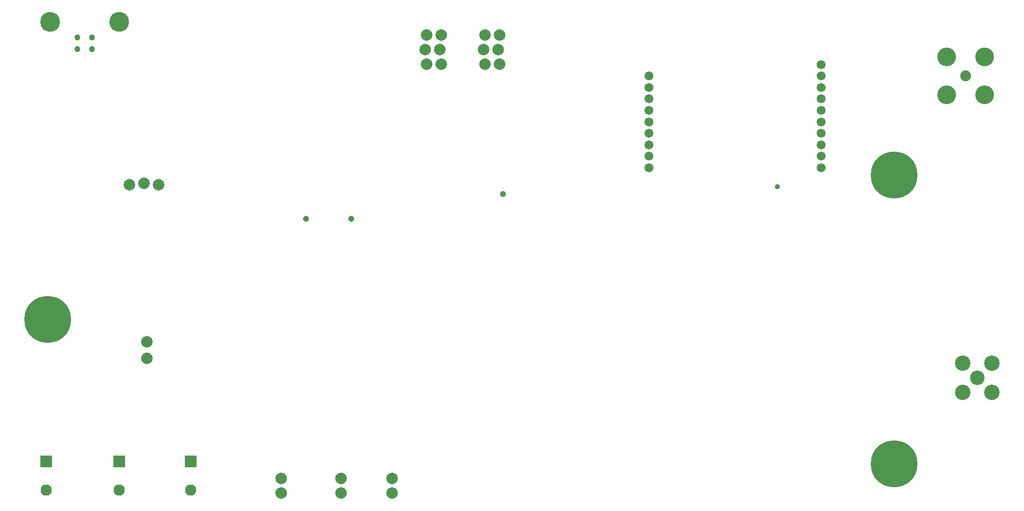
<source format=gbr>
G04 EAGLE Gerber RS-274X export*
G75*
%MOMM*%
%FSLAX34Y34*%
%LPD*%
%INSoldermask Bottom*%
%IPPOS*%
%AMOC8*
5,1,8,0,0,1.08239X$1,22.5*%
G01*
%ADD10C,1.955800*%
%ADD11R,2.000000X2.000000*%
%ADD12C,2.006600*%
%ADD13C,3.443000*%
%ADD14C,1.027000*%
%ADD15C,1.549400*%
%ADD16C,3.253000*%
%ADD17C,1.882000*%
%ADD18C,2.527000*%
%ADD19C,2.677000*%
%ADD20C,0.881000*%
%ADD21C,1.041400*%
%ADD22C,8.128000*%


D10*
X360680Y41040D03*
D11*
X360680Y91040D03*
D10*
X109220Y41040D03*
D11*
X109220Y91040D03*
D10*
X236220Y41040D03*
D11*
X236220Y91040D03*
D12*
X518160Y35560D03*
X518160Y60960D03*
X284480Y298958D03*
X284480Y270002D03*
X872490Y833120D03*
X869950Y807720D03*
X872490Y782320D03*
X897890Y833120D03*
X895350Y807720D03*
X897890Y782320D03*
X622300Y35560D03*
X622300Y60960D03*
X711200Y35560D03*
X711200Y60960D03*
D13*
X236220Y855980D03*
X115820Y855980D03*
D14*
X188520Y828880D03*
X163520Y808880D03*
X188520Y808880D03*
X163520Y828880D03*
D15*
X1457960Y601980D03*
X1457960Y621980D03*
X1457960Y641980D03*
X1457960Y661980D03*
X1457960Y681980D03*
X1457960Y701980D03*
X1457960Y721980D03*
X1457960Y741980D03*
X1457960Y761980D03*
X1457960Y781980D03*
X1157960Y761980D03*
X1157960Y741980D03*
X1157960Y721980D03*
X1157960Y701980D03*
X1157960Y681980D03*
X1157960Y661980D03*
X1157960Y641980D03*
X1157960Y621980D03*
X1157960Y601980D03*
D16*
X1676400Y795020D03*
X1742400Y795020D03*
D17*
X1709400Y762020D03*
D16*
X1676400Y729020D03*
X1742400Y729020D03*
D18*
X1729740Y236710D03*
D19*
X1704340Y262110D03*
X1755140Y262110D03*
X1755140Y211310D03*
X1704340Y211310D03*
D12*
X304800Y572770D03*
X279400Y575310D03*
X254000Y572770D03*
X770890Y833120D03*
X768350Y807720D03*
X770890Y782320D03*
X796290Y833120D03*
X793750Y807720D03*
X796290Y782320D03*
D20*
X1381760Y568960D03*
D21*
X561340Y513080D03*
X904240Y556260D03*
X640080Y513080D03*
D22*
X111760Y337820D03*
X1584960Y86360D03*
X1584960Y589280D03*
M02*

</source>
